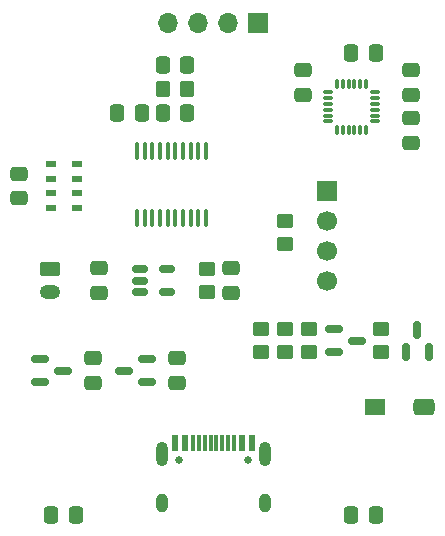
<source format=gbr>
%TF.GenerationSoftware,KiCad,Pcbnew,9.0.3*%
%TF.CreationDate,2025-07-16T11:43:19+02:00*%
%TF.ProjectId,ElbAltm1,456c6241-6c74-46d3-912e-6b696361645f,1.0*%
%TF.SameCoordinates,Original*%
%TF.FileFunction,Soldermask,Top*%
%TF.FilePolarity,Negative*%
%FSLAX46Y46*%
G04 Gerber Fmt 4.6, Leading zero omitted, Abs format (unit mm)*
G04 Created by KiCad (PCBNEW 9.0.3) date 2025-07-16 11:43:19*
%MOMM*%
%LPD*%
G01*
G04 APERTURE LIST*
G04 Aperture macros list*
%AMRoundRect*
0 Rectangle with rounded corners*
0 $1 Rounding radius*
0 $2 $3 $4 $5 $6 $7 $8 $9 X,Y pos of 4 corners*
0 Add a 4 corners polygon primitive as box body*
4,1,4,$2,$3,$4,$5,$6,$7,$8,$9,$2,$3,0*
0 Add four circle primitives for the rounded corners*
1,1,$1+$1,$2,$3*
1,1,$1+$1,$4,$5*
1,1,$1+$1,$6,$7*
1,1,$1+$1,$8,$9*
0 Add four rect primitives between the rounded corners*
20,1,$1+$1,$2,$3,$4,$5,0*
20,1,$1+$1,$4,$5,$6,$7,0*
20,1,$1+$1,$6,$7,$8,$9,0*
20,1,$1+$1,$8,$9,$2,$3,0*%
G04 Aperture macros list end*
%ADD10RoundRect,0.250000X-0.337500X-0.475000X0.337500X-0.475000X0.337500X0.475000X-0.337500X0.475000X0*%
%ADD11RoundRect,0.250000X0.475000X-0.337500X0.475000X0.337500X-0.475000X0.337500X-0.475000X-0.337500X0*%
%ADD12RoundRect,0.100000X-0.100000X0.637500X-0.100000X-0.637500X0.100000X-0.637500X0.100000X0.637500X0*%
%ADD13RoundRect,0.250000X-0.450000X0.350000X-0.450000X-0.350000X0.450000X-0.350000X0.450000X0.350000X0*%
%ADD14R,0.950000X0.550000*%
%ADD15RoundRect,0.250000X0.450000X-0.350000X0.450000X0.350000X-0.450000X0.350000X-0.450000X-0.350000X0*%
%ADD16RoundRect,0.150000X0.150000X-0.587500X0.150000X0.587500X-0.150000X0.587500X-0.150000X-0.587500X0*%
%ADD17RoundRect,0.075000X0.075000X-0.350000X0.075000X0.350000X-0.075000X0.350000X-0.075000X-0.350000X0*%
%ADD18RoundRect,0.075000X0.350000X0.075000X-0.350000X0.075000X-0.350000X-0.075000X0.350000X-0.075000X0*%
%ADD19RoundRect,0.150000X-0.587500X-0.150000X0.587500X-0.150000X0.587500X0.150000X-0.587500X0.150000X0*%
%ADD20RoundRect,0.250000X-0.475000X0.337500X-0.475000X-0.337500X0.475000X-0.337500X0.475000X0.337500X0*%
%ADD21RoundRect,0.150000X-0.512500X-0.150000X0.512500X-0.150000X0.512500X0.150000X-0.512500X0.150000X0*%
%ADD22R,1.700000X1.700000*%
%ADD23C,1.700000*%
%ADD24R,1.800000X1.400000*%
%ADD25RoundRect,0.350000X-0.550000X0.350000X-0.550000X-0.350000X0.550000X-0.350000X0.550000X0.350000X0*%
%ADD26RoundRect,0.250000X0.337500X0.475000X-0.337500X0.475000X-0.337500X-0.475000X0.337500X-0.475000X0*%
%ADD27C,0.650000*%
%ADD28R,0.600000X1.450000*%
%ADD29R,0.300000X1.450000*%
%ADD30O,1.000000X2.100000*%
%ADD31O,1.000000X1.600000*%
%ADD32RoundRect,0.250000X0.350000X0.450000X-0.350000X0.450000X-0.350000X-0.450000X0.350000X-0.450000X0*%
%ADD33RoundRect,0.150000X0.587500X0.150000X-0.587500X0.150000X-0.587500X-0.150000X0.587500X-0.150000X0*%
%ADD34RoundRect,0.250000X-0.625000X0.350000X-0.625000X-0.350000X0.625000X-0.350000X0.625000X0.350000X0*%
%ADD35O,1.750000X1.200000*%
%ADD36O,1.700000X1.700000*%
G04 APERTURE END LIST*
D10*
%TO.C,C10*%
X136122500Y-121412000D03*
X138197500Y-121412000D03*
%TD*%
D11*
%TO.C,C13*%
X157480000Y-85873500D03*
X157480000Y-83798500D03*
%TD*%
D12*
%TO.C,U3*%
X149229000Y-90609500D03*
X148579000Y-90609500D03*
X147929000Y-90609500D03*
X147279000Y-90609500D03*
X146629000Y-90609500D03*
X145979000Y-90609500D03*
X145329000Y-90609500D03*
X144679000Y-90609500D03*
X144029000Y-90609500D03*
X143379000Y-90609500D03*
X143379000Y-96334500D03*
X144029000Y-96334500D03*
X144679000Y-96334500D03*
X145329000Y-96334500D03*
X145979000Y-96334500D03*
X146629000Y-96334500D03*
X147279000Y-96334500D03*
X147929000Y-96334500D03*
X148579000Y-96334500D03*
X149229000Y-96334500D03*
%TD*%
D10*
%TO.C,C8*%
X161522500Y-121412000D03*
X163597500Y-121412000D03*
%TD*%
D13*
%TO.C,R6*%
X157988000Y-105680000D03*
X157988000Y-107680000D03*
%TD*%
D14*
%TO.C,U4*%
X136144000Y-91714000D03*
X136144000Y-92964000D03*
X136144000Y-94214000D03*
X136144000Y-95464000D03*
X138294000Y-95464000D03*
X138294000Y-94214000D03*
X138294000Y-92964000D03*
X138294000Y-91714000D03*
%TD*%
D11*
%TO.C,C14*%
X166624000Y-85873500D03*
X166624000Y-83798500D03*
%TD*%
D13*
%TO.C,R5*%
X149352000Y-100600000D03*
X149352000Y-102600000D03*
%TD*%
D15*
%TO.C,R1*%
X153924000Y-107680000D03*
X153924000Y-105680000D03*
%TD*%
%TO.C,R2*%
X155956000Y-107680000D03*
X155956000Y-105680000D03*
%TD*%
D11*
%TO.C,C11*%
X166624000Y-89937500D03*
X166624000Y-87862500D03*
%TD*%
D16*
%TO.C,D2*%
X166182000Y-107617500D03*
X168082000Y-107617500D03*
X167132000Y-105742500D03*
%TD*%
D17*
%TO.C,U6*%
X160294000Y-88818000D03*
X160794000Y-88818000D03*
X161294000Y-88818000D03*
X161794000Y-88818000D03*
X162294000Y-88818000D03*
X162794000Y-88818000D03*
D18*
X163494000Y-88118000D03*
X163494000Y-87618000D03*
X163494000Y-87118000D03*
X163494000Y-86618000D03*
X163494000Y-86118000D03*
X163494000Y-85618000D03*
D17*
X162794000Y-84918000D03*
X162294000Y-84918000D03*
X161794000Y-84918000D03*
X161294000Y-84918000D03*
X160794000Y-84918000D03*
X160294000Y-84918000D03*
D18*
X159594000Y-85618000D03*
X159594000Y-86118000D03*
X159594000Y-86618000D03*
X159594000Y-87118000D03*
X159594000Y-87618000D03*
X159594000Y-88118000D03*
%TD*%
D19*
%TO.C,D1*%
X135206500Y-108270000D03*
X135206500Y-110170000D03*
X137081500Y-109220000D03*
%TD*%
D20*
%TO.C,C2*%
X146812000Y-108182500D03*
X146812000Y-110257500D03*
%TD*%
%TO.C,C7*%
X140208000Y-100562500D03*
X140208000Y-102637500D03*
%TD*%
D21*
%TO.C,U5*%
X143642500Y-100650000D03*
X143642500Y-101600000D03*
X143642500Y-102550000D03*
X145917500Y-102550000D03*
X145917500Y-100650000D03*
%TD*%
D22*
%TO.C,J2*%
X159512000Y-93980000D03*
D23*
X159512000Y-96520000D03*
X159512000Y-99060000D03*
X159512000Y-101600000D03*
%TD*%
D24*
%TO.C,BUZ1*%
X163508000Y-112268000D03*
D25*
X167708000Y-112268000D03*
%TD*%
D26*
%TO.C,C1*%
X147645500Y-83312000D03*
X145570500Y-83312000D03*
%TD*%
D20*
%TO.C,C4*%
X133409000Y-92551500D03*
X133409000Y-94626500D03*
%TD*%
D27*
%TO.C,J1*%
X146970000Y-116780000D03*
X152750000Y-116780000D03*
D28*
X146610000Y-115335000D03*
X147410000Y-115335000D03*
D29*
X148610000Y-115335000D03*
X149610000Y-115335000D03*
X150110000Y-115335000D03*
X151110000Y-115335000D03*
D28*
X152310000Y-115335000D03*
X153110000Y-115335000D03*
X153110000Y-115335000D03*
X152310000Y-115335000D03*
D29*
X151610000Y-115335000D03*
X150610000Y-115335000D03*
X149110000Y-115335000D03*
X148110000Y-115335000D03*
D28*
X147410000Y-115335000D03*
X146610000Y-115335000D03*
D30*
X145540000Y-116250000D03*
D31*
X145540000Y-120430000D03*
D30*
X154180000Y-116250000D03*
D31*
X154180000Y-120430000D03*
%TD*%
D15*
%TO.C,R7*%
X164084000Y-107680000D03*
X164084000Y-105680000D03*
%TD*%
D26*
%TO.C,C9*%
X143785500Y-87376000D03*
X141710500Y-87376000D03*
%TD*%
D10*
%TO.C,C5*%
X145570500Y-87376000D03*
X147645500Y-87376000D03*
%TD*%
D13*
%TO.C,R4*%
X155956000Y-96536000D03*
X155956000Y-98536000D03*
%TD*%
D20*
%TO.C,C3*%
X139700000Y-108182500D03*
X139700000Y-110257500D03*
%TD*%
D32*
%TO.C,R3*%
X147608000Y-85344000D03*
X145608000Y-85344000D03*
%TD*%
D33*
%TO.C,U1*%
X144193500Y-110170000D03*
X144193500Y-108270000D03*
X142318500Y-109220000D03*
%TD*%
D19*
%TO.C,Q1*%
X160098500Y-105730000D03*
X160098500Y-107630000D03*
X161973500Y-106680000D03*
%TD*%
D26*
%TO.C,C12*%
X163597500Y-82296000D03*
X161522500Y-82296000D03*
%TD*%
D34*
%TO.C,BT1*%
X136054000Y-100600000D03*
D35*
X136054000Y-102600000D03*
%TD*%
D11*
%TO.C,C6*%
X151384000Y-102637500D03*
X151384000Y-100562500D03*
%TD*%
D22*
%TO.C,U2*%
X153670000Y-79756000D03*
D36*
X151130000Y-79756000D03*
X148590000Y-79756000D03*
X146050000Y-79756000D03*
%TD*%
M02*

</source>
